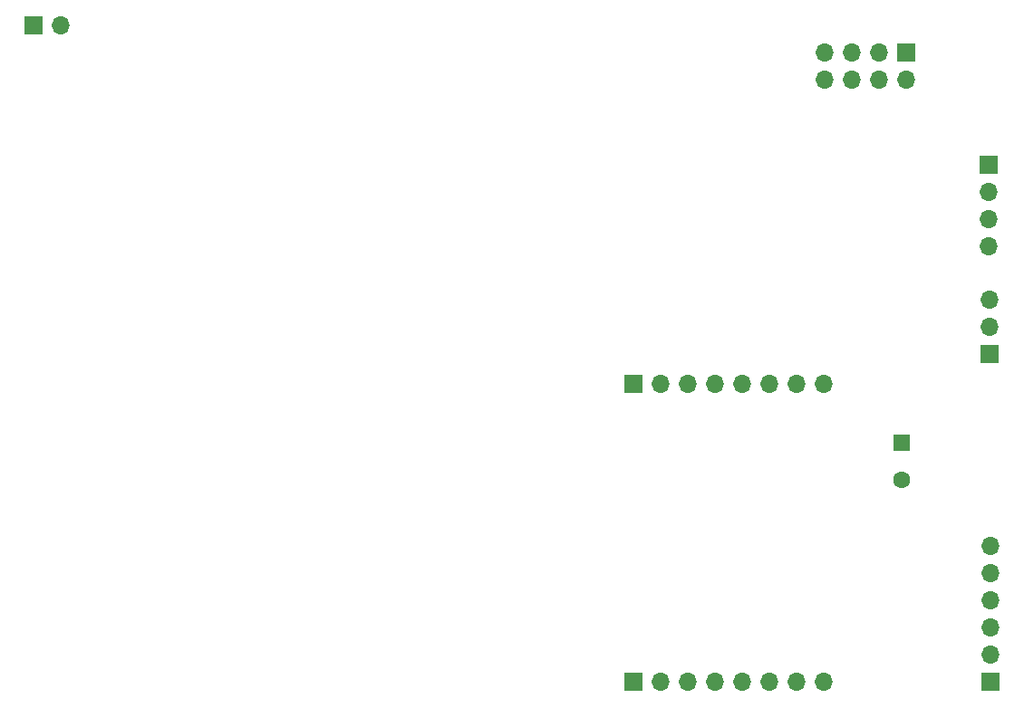
<source format=gbr>
%TF.GenerationSoftware,KiCad,Pcbnew,(6.0.8)*%
%TF.CreationDate,2022-12-06T23:52:27-08:00*%
%TF.ProjectId,motor_controller,6d6f746f-725f-4636-9f6e-74726f6c6c65,B1 (HULA) v0.2*%
%TF.SameCoordinates,Original*%
%TF.FileFunction,Soldermask,Bot*%
%TF.FilePolarity,Negative*%
%FSLAX46Y46*%
G04 Gerber Fmt 4.6, Leading zero omitted, Abs format (unit mm)*
G04 Created by KiCad (PCBNEW (6.0.8)) date 2022-12-06 23:52:27*
%MOMM*%
%LPD*%
G01*
G04 APERTURE LIST*
%ADD10R,1.700000X1.700000*%
%ADD11O,1.700000X1.700000*%
%ADD12R,1.600000X1.600000*%
%ADD13C,1.600000*%
G04 APERTURE END LIST*
D10*
%TO.C,J501*%
X135440000Y-88640000D03*
D11*
X137980000Y-88640000D03*
X140520000Y-88640000D03*
X143060000Y-88640000D03*
X145600000Y-88640000D03*
X148140000Y-88640000D03*
X150680000Y-88640000D03*
X153220000Y-88640000D03*
%TD*%
D10*
%TO.C,J201*%
X79350000Y-55175000D03*
D11*
X81890000Y-55175000D03*
%TD*%
D10*
%TO.C,J601*%
X168625000Y-68200000D03*
D11*
X168625000Y-70740000D03*
X168625000Y-73280000D03*
X168625000Y-75820000D03*
%TD*%
D12*
%TO.C,C501*%
X160500000Y-94147349D03*
D13*
X160500000Y-97647349D03*
%TD*%
D10*
%TO.C,J603*%
X160890000Y-57650000D03*
D11*
X160890000Y-60190000D03*
X158350000Y-57650000D03*
X158350000Y-60190000D03*
X155810000Y-57650000D03*
X155810000Y-60190000D03*
X153270000Y-57650000D03*
X153270000Y-60190000D03*
%TD*%
D10*
%TO.C,J502*%
X135440000Y-116560000D03*
D11*
X137980000Y-116560000D03*
X140520000Y-116560000D03*
X143060000Y-116560000D03*
X145600000Y-116560000D03*
X148140000Y-116560000D03*
X150680000Y-116560000D03*
X153220000Y-116560000D03*
%TD*%
D10*
%TO.C,J503*%
X168800000Y-116550000D03*
D11*
X168800000Y-114010000D03*
X168800000Y-111470000D03*
X168800000Y-108930000D03*
X168800000Y-106390000D03*
X168800000Y-103850000D03*
%TD*%
D10*
%TO.C,J602*%
X168675000Y-85925000D03*
D11*
X168675000Y-83385000D03*
X168675000Y-80845000D03*
%TD*%
M02*

</source>
